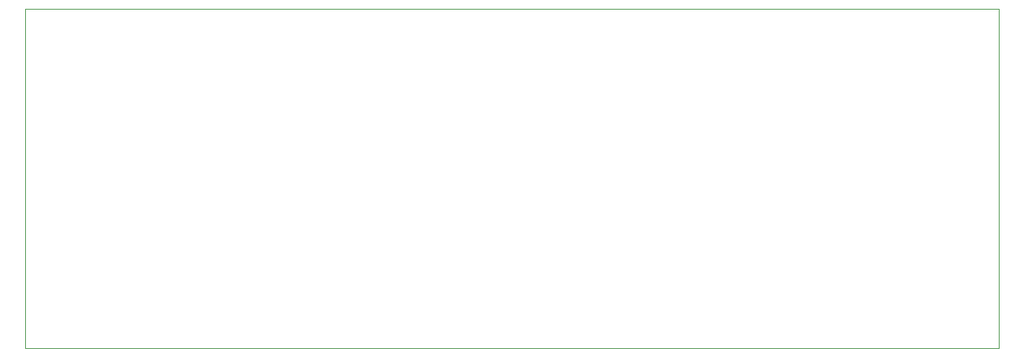
<source format=gbr>
%TF.GenerationSoftware,KiCad,Pcbnew,7.0.10*%
%TF.CreationDate,2024-01-11T10:13:55+00:00*%
%TF.ProjectId,1.27mm_To_2.54mm,312e3237-6d6d-45f5-946f-5f322e35346d,rev?*%
%TF.SameCoordinates,Original*%
%TF.FileFunction,Profile,NP*%
%FSLAX46Y46*%
G04 Gerber Fmt 4.6, Leading zero omitted, Abs format (unit mm)*
G04 Created by KiCad (PCBNEW 7.0.10) date 2024-01-11 10:13:55*
%MOMM*%
%LPD*%
G01*
G04 APERTURE LIST*
%TA.AperFunction,Profile*%
%ADD10C,0.100000*%
%TD*%
G04 APERTURE END LIST*
D10*
X86029800Y-69469000D02*
X197434200Y-69469000D01*
X197434200Y-108305600D01*
X86029800Y-108305600D01*
X86029800Y-69469000D01*
M02*

</source>
